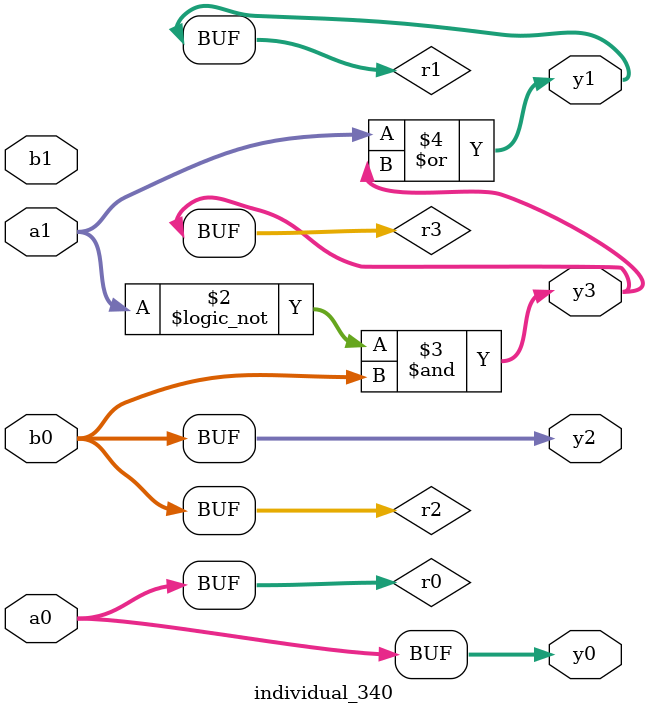
<source format=sv>
module individual_340(input logic [15:0] a1, input logic [15:0] a0, input logic [15:0] b1, input logic [15:0] b0, output logic [15:0] y3, output logic [15:0] y2, output logic [15:0] y1, output logic [15:0] y0);
logic [15:0] r0, r1, r2, r3; 
 always@(*) begin 
	 r0 = a0; r1 = a1; r2 = b0; r3 = b1; 
 	 r3 = ! r1 ;
 	 r3  &=  r2 ;
 	 r1  |=  r3 ;
 	 y3 = r3; y2 = r2; y1 = r1; y0 = r0; 
end
endmodule
</source>
